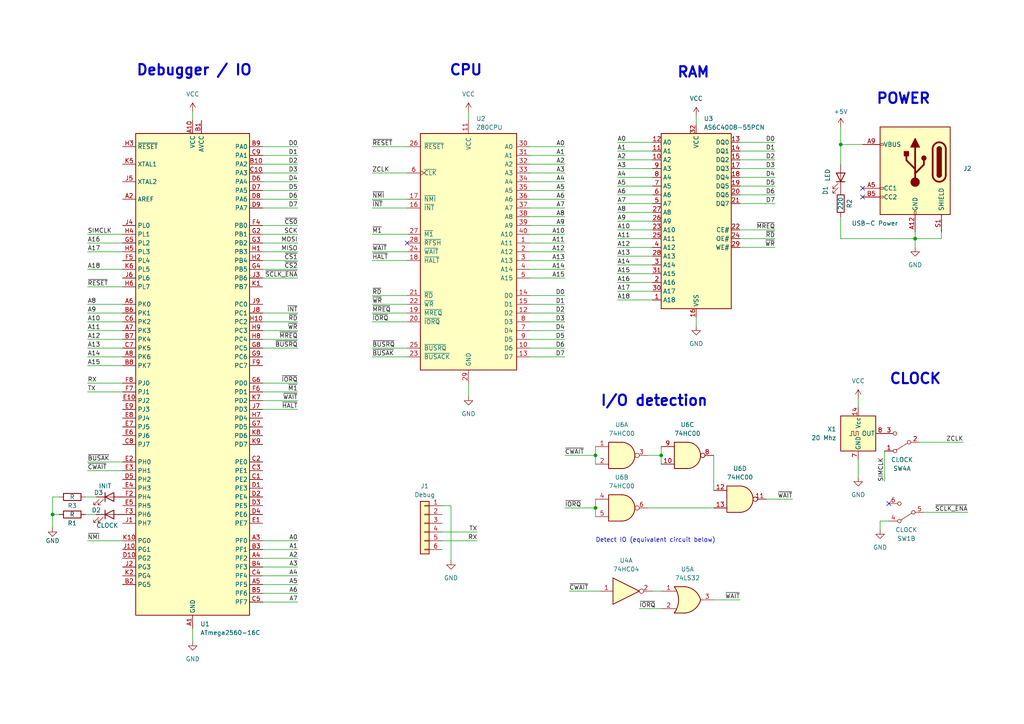
<source format=kicad_sch>
(kicad_sch (version 20230121) (generator eeschema)
  (paper "A4")
  (junction (at 15.24 149.225))
  (junction (at 191.77 132.08))
  (junction (at 172.72 147.32))
  (junction (at 172.72 132.08))
  (junction (at 243.84 41.91))
  (junction (at 265.43 69.215))
  (no_connect (at -194.31 199.39))
  (no_connect (at -194.31 123.19))
  (no_connect (at -194.31 171.45))
  (no_connect (at -194.31 189.23))
  (no_connect (at -154.94 86.36))
  (no_connect (at -194.31 102.87))
  (no_connect (at -194.31 97.79))
  (no_connect (at -160.02 86.36))
  (no_connect (at 250.19 57.15))
  (no_connect (at -194.31 125.73))
  (no_connect (at -167.64 86.36))
  (no_connect (at -194.31 100.33))
  (no_connect (at 118.11 70.485))
  (no_connect (at -194.31 184.15))
  (no_connect (at -194.31 201.93))
  (no_connect (at 257.81 146.05))
  (no_connect (at -194.31 105.41))
  (no_connect (at -162.56 86.36))
  (no_connect (at -194.31 207.01))
  (no_connect (at -165.1 86.36))
  (no_connect (at -194.31 191.77))
  (no_connect (at -194.31 118.11))
  (no_connect (at -194.31 204.47))
  (no_connect (at -194.31 194.31))
  (no_connect (at 250.19 54.61))
  (no_connect (at -157.48 86.36))
  (no_connect (at -194.31 179.07))
  (wire (pts (xy 153.67 65.405) (xy 163.83 65.405)))
  (wire (pts (xy -205.105 146.05) (xy -194.31 146.05)))
  (wire (pts (xy -203.2 176.53) (xy -194.31 176.53)))
  (wire (pts (xy -205.105 143.51) (xy -194.31 143.51)))
  (wire (pts (xy -117.475 189.23) (xy -128.27 189.23)))
  (wire (pts (xy -205.105 151.13) (xy -194.31 151.13)))
  (wire (pts (xy -205.105 115.57) (xy -194.31 115.57)))
  (wire (pts (xy 189.23 66.675) (xy 179.07 66.675)))
  (wire (pts (xy -198.755 184.15) (xy -198.755 186.69)))
  (wire (pts (xy 118.11 100.965) (xy 107.95 100.965)))
  (wire (pts (xy 265.43 69.215) (xy 265.43 67.31)))
  (wire (pts (xy 76.2 78.105) (xy 86.36 78.105)))
  (wire (pts (xy 189.23 79.375) (xy 179.07 79.375)))
  (wire (pts (xy -117.475 196.85) (xy -128.27 196.85)))
  (wire (pts (xy 76.2 167.005) (xy 86.36 167.005)))
  (wire (pts (xy 189.23 41.275) (xy 179.07 41.275)))
  (wire (pts (xy -205.105 163.83) (xy -194.31 163.83)))
  (wire (pts (xy 214.63 69.215) (xy 224.79 69.215)))
  (wire (pts (xy 243.84 69.215) (xy 265.43 69.215)))
  (wire (pts (xy -216.535 179.705) (xy -216.535 176.53)))
  (wire (pts (xy 118.11 73.025) (xy 107.95 73.025)))
  (wire (pts (xy -117.475 143.51) (xy -128.27 143.51)))
  (wire (pts (xy -117.475 194.31) (xy -128.27 194.31)))
  (wire (pts (xy 153.67 93.345) (xy 163.83 93.345)))
  (wire (pts (xy 214.63 59.055) (xy 224.79 59.055)))
  (wire (pts (xy 243.84 41.91) (xy 250.19 41.91)))
  (wire (pts (xy 153.67 52.705) (xy 163.83 52.705)))
  (wire (pts (xy 214.63 56.515) (xy 224.79 56.515)))
  (wire (pts (xy -205.105 153.67) (xy -194.31 153.67)))
  (wire (pts (xy 76.2 100.965) (xy 86.36 100.965)))
  (wire (pts (xy 76.2 95.885) (xy 86.36 95.885)))
  (wire (pts (xy 191.77 132.08) (xy 191.77 129.54)))
  (wire (pts (xy 118.11 57.785) (xy 107.95 57.785)))
  (wire (pts (xy 153.67 90.805) (xy 163.83 90.805)))
  (wire (pts (xy 153.67 75.565) (xy 163.83 75.565)))
  (wire (pts (xy 153.67 50.165) (xy 163.83 50.165)))
  (wire (pts (xy 35.56 156.845) (xy 25.4 156.845)))
  (wire (pts (xy 165.1 171.45) (xy 173.99 171.45)))
  (wire (pts (xy 76.2 75.565) (xy 86.36 75.565)))
  (wire (pts (xy 24.765 144.145) (xy 27.94 144.145)))
  (wire (pts (xy 153.67 55.245) (xy 163.83 55.245)))
  (wire (pts (xy 76.2 57.785) (xy 86.36 57.785)))
  (wire (pts (xy -117.475 151.13) (xy -128.27 151.13)))
  (wire (pts (xy 15.24 149.225) (xy 15.24 153.035)))
  (wire (pts (xy 153.67 45.085) (xy 163.83 45.085)))
  (wire (pts (xy 76.2 60.325) (xy 86.36 60.325)))
  (wire (pts (xy 35.56 70.485) (xy 25.4 70.485)))
  (wire (pts (xy 76.2 161.925) (xy 86.36 161.925)))
  (wire (pts (xy 76.2 118.745) (xy 86.36 118.745)))
  (wire (pts (xy 248.92 133.35) (xy 248.92 138.43)))
  (wire (pts (xy 17.145 144.145) (xy 15.24 144.145)))
  (wire (pts (xy -117.475 153.67) (xy -128.27 153.67)))
  (wire (pts (xy 201.93 92.075) (xy 201.93 94.615)))
  (wire (pts (xy 35.56 73.025) (xy 25.4 73.025)))
  (wire (pts (xy -205.105 120.65) (xy -194.31 120.65)))
  (wire (pts (xy -205.105 148.59) (xy -194.31 148.59)))
  (wire (pts (xy -117.475 130.81) (xy -128.27 130.81)))
  (wire (pts (xy 153.67 47.625) (xy 163.83 47.625)))
  (wire (pts (xy 153.67 88.265) (xy 163.83 88.265)))
  (wire (pts (xy 214.63 51.435) (xy 224.79 51.435)))
  (wire (pts (xy 185.42 176.53) (xy 191.77 176.53)))
  (wire (pts (xy 118.11 88.265) (xy 107.95 88.265)))
  (wire (pts (xy 130.81 162.56) (xy 130.81 146.685)))
  (wire (pts (xy 214.63 53.975) (xy 224.79 53.975)))
  (wire (pts (xy 153.67 42.545) (xy 163.83 42.545)))
  (wire (pts (xy 265.43 69.215) (xy 273.05 69.215)))
  (wire (pts (xy 248.92 115.57) (xy 248.92 118.11)))
  (wire (pts (xy 172.72 129.54) (xy 172.72 132.08)))
  (wire (pts (xy 153.67 67.945) (xy 163.83 67.945)))
  (wire (pts (xy -117.475 184.15) (xy -128.27 184.15)))
  (wire (pts (xy 153.67 100.965) (xy 163.83 100.965)))
  (wire (pts (xy 118.11 42.545) (xy 107.95 42.545)))
  (wire (pts (xy 255.27 151.13) (xy 255.27 153.67)))
  (wire (pts (xy 163.83 132.08) (xy 172.72 132.08)))
  (wire (pts (xy 76.2 172.085) (xy 86.36 172.085)))
  (wire (pts (xy 189.23 71.755) (xy 179.07 71.755)))
  (wire (pts (xy 118.11 75.565) (xy 107.95 75.565)))
  (wire (pts (xy 76.2 67.945) (xy 86.36 67.945)))
  (wire (pts (xy 76.2 90.805) (xy 86.36 90.805)))
  (wire (pts (xy -117.475 156.21) (xy -128.27 156.21)))
  (wire (pts (xy 76.2 111.125) (xy 86.36 111.125)))
  (wire (pts (xy 243.84 36.83) (xy 243.84 41.91)))
  (wire (pts (xy 191.77 132.08) (xy 191.77 134.62)))
  (wire (pts (xy -117.475 161.29) (xy -128.27 161.29)))
  (wire (pts (xy 214.63 66.675) (xy 224.79 66.675)))
  (wire (pts (xy 135.89 32.385) (xy 135.89 34.925)))
  (wire (pts (xy 189.23 69.215) (xy 179.07 69.215)))
  (wire (pts (xy 107.95 50.165) (xy 118.11 50.165)))
  (wire (pts (xy 35.56 93.345) (xy 25.4 93.345)))
  (wire (pts (xy -117.475 158.75) (xy -128.27 158.75)))
  (wire (pts (xy 118.11 93.345) (xy 107.95 93.345)))
  (wire (pts (xy 207.01 173.99) (xy 214.63 173.99)))
  (wire (pts (xy 118.11 67.945) (xy 107.95 67.945)))
  (wire (pts (xy 163.83 147.32) (xy 172.72 147.32)))
  (wire (pts (xy 189.23 56.515) (xy 179.07 56.515)))
  (wire (pts (xy -205.105 135.89) (xy -194.31 135.89)))
  (wire (pts (xy 273.05 69.215) (xy 273.05 67.31)))
  (wire (pts (xy 15.24 144.145) (xy 15.24 149.225)))
  (wire (pts (xy 172.72 147.32) (xy 172.72 149.86)))
  (wire (pts (xy 118.11 85.725) (xy 107.95 85.725)))
  (wire (pts (xy 138.43 154.305) (xy 128.27 154.305)))
  (wire (pts (xy -205.105 158.75) (xy -194.31 158.75)))
  (wire (pts (xy -205.105 156.21) (xy -194.31 156.21)))
  (wire (pts (xy 76.2 98.425) (xy 86.36 98.425)))
  (wire (pts (xy 76.2 50.165) (xy 86.36 50.165)))
  (wire (pts (xy 76.2 169.545) (xy 86.36 169.545)))
  (wire (pts (xy 187.96 147.32) (xy 207.01 147.32)))
  (wire (pts (xy -117.475 135.89) (xy -128.27 135.89)))
  (wire (pts (xy -198.12 211.455) (xy -198.12 196.85)))
  (wire (pts (xy -117.475 128.27) (xy -128.27 128.27)))
  (wire (pts (xy 153.67 98.425) (xy 163.83 98.425)))
  (wire (pts (xy 153.67 78.105) (xy 163.83 78.105)))
  (wire (pts (xy 189.23 51.435) (xy 179.07 51.435)))
  (wire (pts (xy 35.56 100.965) (xy 25.4 100.965)))
  (wire (pts (xy 189.23 81.915) (xy 179.07 81.915)))
  (wire (pts (xy 35.56 95.885) (xy 25.4 95.885)))
  (wire (pts (xy 153.67 70.485) (xy 163.83 70.485)))
  (wire (pts (xy 35.56 103.505) (xy 25.4 103.505)))
  (wire (pts (xy 76.2 156.845) (xy 86.36 156.845)))
  (wire (pts (xy 76.2 47.625) (xy 86.36 47.625)))
  (wire (pts (xy -117.475 118.11) (xy -128.27 118.11)))
  (wire (pts (xy 189.23 53.975) (xy 179.07 53.975)))
  (wire (pts (xy -205.105 140.97) (xy -194.31 140.97)))
  (wire (pts (xy 35.56 133.985) (xy 25.4 133.985)))
  (wire (pts (xy 86.36 80.645) (xy 76.2 80.645)))
  (wire (pts (xy 135.89 111.125) (xy 135.89 114.935)))
  (wire (pts (xy -198.12 196.85) (xy -194.31 196.85)))
  (wire (pts (xy 153.67 73.025) (xy 163.83 73.025)))
  (wire (pts (xy 76.2 55.245) (xy 86.36 55.245)))
  (wire (pts (xy -117.475 163.83) (xy -128.27 163.83)))
  (wire (pts (xy 130.81 146.685) (xy 128.27 146.685)))
  (wire (pts (xy 172.72 132.08) (xy 172.72 134.62)))
  (wire (pts (xy -205.105 166.37) (xy -194.31 166.37)))
  (wire (pts (xy 153.67 80.645) (xy 163.83 80.645)))
  (wire (pts (xy 138.43 156.845) (xy 128.27 156.845)))
  (wire (pts (xy 189.23 43.815) (xy 179.07 43.815)))
  (wire (pts (xy -205.105 130.81) (xy -194.31 130.81)))
  (wire (pts (xy -205.105 107.95) (xy -194.31 107.95)))
  (wire (pts (xy 243.84 41.91) (xy 243.84 47.625)))
  (wire (pts (xy 222.25 144.78) (xy 229.87 144.78)))
  (wire (pts (xy -205.105 133.35) (xy -194.31 133.35)))
  (wire (pts (xy 266.7 128.27) (xy 279.4 128.27)))
  (wire (pts (xy 153.67 60.325) (xy 163.83 60.325)))
  (wire (pts (xy 76.2 45.085) (xy 86.36 45.085)))
  (wire (pts (xy -205.105 110.49) (xy -194.31 110.49)))
  (wire (pts (xy 189.23 61.595) (xy 179.07 61.595)))
  (wire (pts (xy -198.755 186.69) (xy -194.31 186.69)))
  (wire (pts (xy 189.23 171.45) (xy 191.77 171.45)))
  (wire (pts (xy 280.67 148.59) (xy 267.97 148.59)))
  (wire (pts (xy 118.11 90.805) (xy 107.95 90.805)))
  (wire (pts (xy 76.2 164.465) (xy 86.36 164.465)))
  (wire (pts (xy 153.67 62.865) (xy 163.83 62.865)))
  (wire (pts (xy 214.63 71.755) (xy 224.79 71.755)))
  (wire (pts (xy -216.535 176.53) (xy -213.36 176.53)))
  (wire (pts (xy 214.63 43.815) (xy 224.79 43.815)))
  (wire (pts (xy 118.11 103.505) (xy 107.95 103.505)))
  (wire (pts (xy 189.23 74.295) (xy 179.07 74.295)))
  (wire (pts (xy -117.475 148.59) (xy -128.27 148.59)))
  (wire (pts (xy 35.56 67.945) (xy 25.4 67.945)))
  (wire (pts (xy -117.475 123.19) (xy -128.27 123.19)))
  (wire (pts (xy 35.56 78.105) (xy 25.4 78.105)))
  (wire (pts (xy 35.56 83.185) (xy 25.4 83.185)))
  (wire (pts (xy 214.63 41.275) (xy 224.79 41.275)))
  (wire (pts (xy 76.2 70.485) (xy 86.36 70.485)))
  (wire (pts (xy 35.56 88.265) (xy 25.4 88.265)))
  (wire (pts (xy 189.23 76.835) (xy 179.07 76.835)))
  (wire (pts (xy 265.43 71.755) (xy 265.43 69.215)))
  (wire (pts (xy 187.96 132.08) (xy 191.77 132.08)))
  (wire (pts (xy 76.2 42.545) (xy 86.36 42.545)))
  (wire (pts (xy 76.2 52.705) (xy 86.36 52.705)))
  (wire (pts (xy 76.2 174.625) (xy 86.36 174.625)))
  (wire (pts (xy 189.23 59.055) (xy 179.07 59.055)))
  (wire (pts (xy -205.105 168.91) (xy -194.31 168.91)))
  (wire (pts (xy 25.4 113.665) (xy 35.56 113.665)))
  (wire (pts (xy 76.2 65.405) (xy 86.36 65.405)))
  (wire (pts (xy 35.56 136.525) (xy 25.4 136.525)))
  (wire (pts (xy 189.23 84.455) (xy 179.07 84.455)))
  (wire (pts (xy 214.63 48.895) (xy 224.79 48.895)))
  (wire (pts (xy 189.23 48.895) (xy 179.07 48.895)))
  (wire (pts (xy 55.88 182.245) (xy 55.88 186.055)))
  (wire (pts (xy 214.63 46.355) (xy 224.79 46.355)))
  (wire (pts (xy 35.56 90.805) (xy 25.4 90.805)))
  (wire (pts (xy -205.105 138.43) (xy -194.31 138.43)))
  (wire (pts (xy 189.23 64.135) (xy 179.07 64.135)))
  (wire (pts (xy 15.24 149.225) (xy 17.145 149.225)))
  (wire (pts (xy 256.54 130.81) (xy 256.54 139.7)))
  (wire (pts (xy -117.475 120.65) (xy -128.27 120.65)))
  (wire (pts (xy -205.105 161.29) (xy -194.31 161.29)))
  (wire (pts (xy -117.475 133.35) (xy -128.27 133.35)))
  (wire (pts (xy 172.72 147.32) (xy 172.72 144.78)))
  (wire (pts (xy -117.475 140.97) (xy -128.27 140.97)))
  (wire (pts (xy -117.475 166.37) (xy -128.27 166.37)))
  (wire (pts (xy 76.2 73.025) (xy 86.36 73.025)))
  (wire (pts (xy 153.67 103.505) (xy 163.83 103.505)))
  (wire (pts (xy 207.01 132.08) (xy 207.01 142.24)))
  (wire (pts (xy 25.4 111.125) (xy 35.56 111.125)))
  (wire (pts (xy 35.56 106.045) (xy 25.4 106.045)))
  (wire (pts (xy 153.67 85.725) (xy 163.83 85.725)))
  (wire (pts (xy 76.2 93.345) (xy 86.36 93.345)))
  (wire (pts (xy 76.2 159.385) (xy 86.36 159.385)))
  (wire (pts (xy 153.67 57.785) (xy 163.83 57.785)))
  (wire (pts (xy 189.23 86.995) (xy 179.07 86.995)))
  (wire (pts (xy 35.56 98.425) (xy 25.4 98.425)))
  (wire (pts (xy 257.81 151.13) (xy 255.27 151.13)))
  (wire (pts (xy 189.23 46.355) (xy 179.07 46.355)))
  (wire (pts (xy 243.84 62.865) (xy 243.84 69.215)))
  (wire (pts (xy 153.67 95.885) (xy 163.83 95.885)))
  (wire (pts (xy 55.88 32.385) (xy 55.88 34.925)))
  (wire (pts (xy -117.475 146.05) (xy -128.27 146.05)))
  (wire (pts (xy -194.31 113.03) (xy -205.105 113.03)))
  (wire (pts (xy 24.765 149.225) (xy 27.94 149.225)))
  (wire (pts (xy -117.475 191.77) (xy -128.27 191.77)))
  (wire (pts (xy 118.11 60.325) (xy 107.95 60.325)))
  (wire (pts (xy 76.2 113.665) (xy 86.36 113.665)))
  (wire (pts (xy 76.2 116.205) (xy 86.36 116.205)))
  (wire (pts (xy 201.93 33.655) (xy 201.93 36.195)))
  (rectangle (start -114.3 147.32) (end -114.3 165.735))
  (rectangle (start -114.3 116.205) (end -114.3 123.19))
  (rectangle (start -114.3 127) (end -114.3 146.05))
  (rectangle (start -207.01 149.225) (end -207.01 168.91))
  (rectangle (start -207.01 128.905) (end -207.01 148.59))
  (rectangle (start -114.3 177.165) (end -114.3 196.85))
  (text "CPU" (at 130.175 22.225 0) (effects (font (size 3 3) (thickness 0.6) bold) (justify left bottom)))
  (text "PL\n(read-only)" (at -113.03 187.96 0) (effects (font (size 1.27 1.27)) (justify left bottom)))
  (text "POWER" (at 254 30.48 0) (effects (font (size 3 3) (thickness 0.6) bold) (justify left bottom)))
  (text "I/O detection" (at 173.99 118.11 0) (effects (font (size 3 3) (thickness 0.6) bold) (justify left bottom)))
  (text "CLOCK" (at 257.81 111.76 0) (effects (font (size 3 3) (thickness 0.6) bold) (justify left bottom)))
  (text "Detect IO (equivalent circuit below)" (at 172.72 157.48 0) (effects (font (size 1.27 1.27)) (justify left bottom)))
  (text "RAM" (at 196.215 22.86 0) (effects (font (size 3 3) (thickness 0.6) bold) (justify left bottom)))
  (text "PJ1" (at -208.915 115.57 0) (effects (font (size 1.27 1.27)) (justify right bottom)))
  (text "PF" (at -210.185 139.7 0) (effects (font (size 1.27 1.27)) (justify left bottom)))
  (text "PK" (at -210.185 160.02 0) (effects (font (size 1.27 1.27)) (justify left bottom)))
  (text "PB\n(read-only)" (at -113.03 121.285 0) (effects (font (size 1.27 1.27)) (justify left bottom)))
  (text "Debugger / IO" (at 39.37 22.225 0) (effects (font (size 3 3) (thickness 0.6) bold) (justify left bottom)))
  (text "PC" (at -113.665 158.75 0) (effects (font (size 1.27 1.27)) (justify left bottom)))
  (text "PA" (at -113.665 137.795 0) (effects (font (size 1.27 1.27)) (justify left bottom)))
  (text "PJ0" (at -208.915 113.03 0) (effects (font (size 1.27 1.27)) (justify right bottom)))
  (label "~{HALT}" (at 86.36 118.745 180))
  (label "~{IORQ}" (at 107.95 93.345 0))
  (label "A16" (at 179.07 81.915 0))
  (label "A15" (at -205.105 168.91 0))
  (label "A8" (at 163.83 62.865 180))
  (label "~{WR}" (at 107.95 88.265 0))
  (label "~{BUSRQ}" (at 107.95 100.965 0))
  (label "TX" (at 138.43 154.305 180))
  (label "A7" (at 163.83 60.325 180))
  (label "A11" (at -205.105 158.75 0))
  (label "D7" (at -117.475 148.59 180))
  (label "A6" (at -205.105 146.05 0))
  (label "~{RAMONLY}" (at -205.105 120.65 0))
  (label "A13" (at -205.105 163.83 0))
  (label "~{M1}" (at 107.95 67.945 0))
  (label "SIMCLK" (at 25.4 67.945 0))
  (label "~{INT}" (at 86.36 90.805 180))
  (label "~{BUSRQ}" (at -117.475 130.81 180))
  (label "~{WAIT}" (at -117.475 189.23 180))
  (label "~{MREQ}" (at 86.36 98.425 180))
  (label "A15" (at 163.83 80.645 180))
  (label "~{BUSAK}" (at -117.475 191.77 180))
  (label "D3" (at -117.475 158.75 180))
  (label "~{NMI}" (at -117.475 133.35 180))
  (label "~{WR}" (at 224.79 71.755 180))
  (label "~{WR}" (at 86.36 95.885 180))
  (label "D3" (at 163.83 93.345 180))
  (label "A16" (at -117.475 118.11 180))
  (label "A12" (at 25.4 98.425 0))
  (label "A9" (at 25.4 90.805 0))
  (label "A1" (at -205.105 133.35 0))
  (label "~{IORQ}" (at -117.475 194.31 180))
  (label "D5" (at 163.83 98.425 180))
  (label "D3" (at 86.36 50.165 180))
  (label "D6" (at 163.83 100.965 180))
  (label "A12" (at 179.07 71.755 0))
  (label "~{IORQ}" (at 163.83 147.32 0))
  (label "A2" (at 163.83 47.625 180))
  (label "D7" (at 86.36 60.325 180))
  (label "A8" (at 179.07 61.595 0))
  (label "D7" (at 163.83 103.505 180))
  (label "D2" (at 224.79 46.355 180))
  (label "A0" (at 86.36 156.845 180))
  (label "A11" (at 179.07 69.215 0))
  (label "A6" (at 86.36 172.085 180))
  (label "A10" (at 25.4 93.345 0))
  (label "~{RD}" (at 107.95 85.725 0))
  (label "A3" (at 163.83 50.165 180))
  (label "~{CWAIT}" (at 25.4 136.525 0))
  (label "A1" (at 163.83 45.085 180))
  (label "A9" (at 179.07 64.135 0))
  (label "A1" (at 179.07 43.815 0))
  (label "A13" (at 179.07 74.295 0))
  (label "RX" (at 138.43 156.845 180))
  (label "~{ROM_WE}" (at -117.475 128.27 180))
  (label "A17" (at 179.07 84.455 0))
  (label "A5" (at -205.105 143.51 0))
  (label "A17" (at -117.475 120.65 180))
  (label "A13" (at 25.4 100.965 0))
  (label "~{WAIT}" (at 86.36 116.205 180))
  (label "D4" (at 163.83 95.885 180))
  (label "A3" (at 86.36 164.465 180))
  (label "D0" (at -117.475 166.37 180))
  (label "D6" (at 86.36 57.785 180))
  (label "A3" (at 179.07 48.895 0))
  (label "A11" (at 163.83 70.485 180))
  (label "RX" (at -205.105 110.49 0))
  (label "~{RESET}" (at 25.4 83.185 0))
  (label "A7" (at 86.36 174.625 180))
  (label "~{BUSAK}" (at 107.95 103.505 0))
  (label "~{CS0}" (at 86.36 65.405 180))
  (label "A18" (at 25.4 78.105 0))
  (label "~{CWAIT}" (at 165.1 171.45 0))
  (label "D1" (at 163.83 88.265 180))
  (label "A0" (at 163.83 42.545 180))
  (label "A1" (at 86.36 159.385 180))
  (label "CLK" (at -117.475 135.89 180))
  (label "A12" (at -205.105 161.29 0))
  (label "~{INT}" (at -117.475 184.15 180))
  (label "~{BUSAK}" (at 25.4 133.985 0))
  (label "D3" (at 224.79 48.895 180))
  (label "~{NMI}" (at 107.95 57.785 0))
  (label "~{RST}" (at -205.105 115.57 0))
  (label "D4" (at 86.36 52.705 180))
  (label "~{RD}" (at 224.79 69.215 180))
  (label "A15" (at 25.4 106.045 0))
  (label "~{RESET}" (at 107.95 42.545 0))
  (label "A17" (at 25.4 73.025 0))
  (label "A14" (at 179.07 76.835 0))
  (label "A6" (at 179.07 56.515 0))
  (label "MISO" (at 86.36 73.025 180))
  (label "A4" (at 86.36 167.005 180))
  (label "ZCLK" (at 279.4 128.27 180))
  (label "A12" (at 163.83 73.025 180))
  (label "~{BUSRQ}" (at 86.36 100.965 180))
  (label "A11" (at 25.4 95.885 0))
  (label "D2" (at 163.83 90.805 180))
  (label "A10" (at -205.105 156.21 0))
  (label "A14" (at 25.4 103.505 0))
  (label "~{SCLK_ENA}" (at 86.36 80.645 180))
  (label "A5" (at 179.07 53.975 0))
  (label "D5" (at -117.475 153.67 180))
  (label "~{CWAIT}" (at 163.83 132.08 0))
  (label "A0" (at -205.105 130.81 0))
  (label "~{MREQ}" (at -117.475 146.05 180))
  (label "~{CS2}" (at 86.36 78.105 180))
  (label "~{WAIT}" (at 107.95 73.025 0))
  (label "A5" (at 86.36 169.545 180))
  (label "RX" (at 25.4 111.125 0))
  (label "~{M1}" (at -117.475 196.85 180))
  (label "A2" (at -205.105 135.89 0))
  (label "A3" (at -205.105 138.43 0))
  (label "A9" (at 163.83 65.405 180))
  (label "Y0W" (at -205.105 113.03 0))
  (label "A10" (at 179.07 66.675 0))
  (label "D2" (at 86.36 47.625 180))
  (label "TX" (at -205.105 107.95 0))
  (label "D2" (at -117.475 161.29 180))
  (label "TX" (at 25.4 113.665 0))
  (label "~{CS1}" (at 86.36 75.565 180))
  (label "A0" (at 179.07 41.275 0))
  (label "~{WAIT}" (at 214.63 173.99 180))
  (label "A14" (at -205.105 166.37 0))
  (label "~{NMI}" (at 25.4 156.845 0))
  (label "SIMCLK" (at 256.54 139.7 90))
  (label "D5" (at 224.79 53.975 180))
  (label "A4" (at -205.105 140.97 0))
  (label "D0" (at 163.83 85.725 180))
  (label "D4" (at 224.79 51.435 180))
  (label "D4" (at -117.475 156.21 180))
  (label "~{SCLK_ENA}" (at 280.67 148.59 180))
  (label "A2" (at 179.07 46.355 0))
  (label "D1" (at 224.79 43.815 180))
  (label "A9" (at -205.105 153.67 0))
  (label "A7" (at 179.07 59.055 0))
  (label "A7" (at -205.105 148.59 0))
  (label "SCK" (at 86.36 67.945 180))
  (label "A6" (at 163.83 57.785 180))
  (label "A14" (at 163.83 78.105 180))
  (label "A13" (at 163.83 75.565 180))
  (label "A8" (at 25.4 88.265 0))
  (label "D7" (at 224.79 59.055 180))
  (label "A15" (at 179.07 79.375 0))
  (label "A4" (at 179.07 51.435 0))
  (label "A16" (at 25.4 70.485 0))
  (label "A5" (at 163.83 55.245 180))
  (label "~{INT}" (at 107.95 60.325 0))
  (label "A10" (at 163.83 67.945 180))
  (label "A18" (at -117.475 123.19 180))
  (label "~{IORQ}" (at 185.42 176.53 0))
  (label "~{MREQ}" (at 224.79 66.675 180))
  (label "D0" (at 86.36 42.545 180))
  (label "ZCLK" (at 107.95 50.165 0))
  (label "~{WAIT}" (at 229.87 144.78 180))
  (label "~{WR}" (at -117.475 140.97 180))
  (label "A18" (at 179.07 86.995 0))
  (label "D0" (at 224.79 41.275 180))
  (label "~{RD}" (at 86.36 93.345 180))
  (label "~{IORQ}" (at 86.36 111.125 180))
  (label "D1" (at 86.36 45.085 180))
  (label "D6" (at 224.79 56.515 180))
  (label "~{RD}" (at -117.475 143.51 180))
  (label "D6" (at -117.475 151.13 180))
  (label "MOSI" (at 86.36 70.485 180))
  (label "~{M1}" (at 86.36 113.665 180))
  (label "D5" (at 86.36 55.245 180))
  (label "D1" (at -117.475 163.83 180))
  (label "A4" (at 163.83 52.705 180))
  (label "A2" (at 86.36 161.925 180))
  (label "~{HALT}" (at 107.95 75.565 0))
  (label "~{MREQ}" (at 107.95 90.805 0))
  (label "A8" (at -205.105 151.13 0))
  (symbol (lib_id "CPU:Z80CPU") (at 135.89 73.025 0) (unit 1)
    (property "Reference" "U2" (at 138.0841 34.417 0) (effects (justify left)))
    (property "Value" "Z80CPU" (at 138.0841 36.957 0) (effects (justify left)))
    (property "Datasheet" "www.zilog.com/manage_directlink.php?filepath=docs/z80/um0080" (effects hide))
  )
  (symbol (lib_id "Connector_Generic:Conn_01x06") (at 123.19 151.765 0) (mirror y) (unit 1)
    (property "Reference" "J1" (at 123.19 140.97 0))
    (property "Value" "Debug" (at 123.19 143.51 0))
  )
  (symbol (lib_id "Device:LED") (at 31.75 144.145 0) (unit 1)
    (property "Reference" "D3" (at 28.575 142.875 0))
    (property "Value" "INIT" (at 30.48 140.97 0))
  )
  (symbol (lib_id "Switch:SW_DPDT_x2") (at 262.89 148.59 180) (unit 2)
    (property "Reference" "SW1" (at 262.89 156.21 0))
    (property "Value" "CLOCK" (at 262.89 153.67 0))
  )
  (symbol (lib_id "MCU_Microchip_ATmega:ATmega2560-16C") (at 55.88 108.585 0) (unit 1)
    (property "Reference" "U1" (at 58.0741 180.975 0) (effects (justify left)))
    (property "Value" "ATmega2560-16C" (at 58.0741 183.515 0) (effects (justify left)))
    (property "Footprint" "Package_BGA:TFBGA-100_9.0x9.0mm_Layout10x10_P0.8mm" (effects hide))
    (property "Datasheet" "http://ww1.microchip.com/downloads/en/DeviceDoc/Atmel-2549-8-bit-AVR-Microcontroller-ATmega640-1280-1281-2560-2561_datasheet.pdf" (effects hide))
  )
  (symbol (lib_id "power:GND") (at 248.92 138.43 0) (unit 1)
    (property "Reference" "#PWR010" (effects hide))
    (property "Value" "GND" (at 248.92 143.51 0))
  )
  (symbol (lib_id "Device:R") (at 243.84 59.055 180) (unit 1)
    (property "Reference" "R2" (at 246.38 59.055 90))
    (property "Value" "220" (at 243.84 59.055 90))
  )
  (symbol (lib_id "power:GND") (at 201.93 94.615 0) (unit 1)
    (property "Reference" "#PWR013" (effects hide))
    (property "Value" "GND" (at 201.93 99.695 0))
  )
  (symbol (lib_id "power:VCC") (at 201.93 33.655 0) (unit 1)
    (property "Reference" "#PWR012" (effects hide))
    (property "Value" "VCC" (at 201.93 28.575 0))
  )
  (symbol (lib_id "power:GND") (at -198.12 211.455 0) (unit 1)
    (property "Reference" "#PWR05" (effects hide))
    (property "Value" "GND" (at -198.12 216.535 0))
  )
  (symbol (lib_id "power:GND") (at 55.88 186.055 0) (unit 1)
    (property "Reference" "#PWR015" (effects hide))
    (property "Value" "GND" (at 55.88 191.135 0))
  )
  (symbol (lib_id "Device:R") (at 20.955 149.225 90) (unit 1)
    (property "Reference" "R1" (at 20.955 151.765 90))
    (property "Value" "R" (at 20.955 149.225 90))
  )
  (symbol (lib_id "power:VCC") (at 55.88 32.385 0) (unit 1)
    (property "Reference" "#PWR06" (effects hide))
    (property "Value" "VCC" (at 55.88 27.305 0))
  )
  (symbol (lib_id "74xx:74HC00") (at 180.34 132.08 0) (unit 1)
    (property "Reference" "U6" (at 180.3317 123.19 0))
    (property "Value" "74HC00" (at 180.3317 125.73 0))
    (property "Datasheet" "http://www.ti.com/lit/gpn/sn74hc00" (effects hide))
  )
  (symbol (lib_id "Switch:SW_DPDT_x2") (at 261.62 128.27 180) (unit 1)
    (property "Reference" "SW4" (at 261.62 135.89 0))
    (property "Value" "CLOCK" (at 261.62 133.35 0))
  )
  (symbol (lib_id "Oscillator:ACO-xxxMHz") (at 248.92 125.73 0) (unit 1)
    (property "Reference" "X1" (at 242.57 124.46 0) (effects (justify right)))
    (property "Value" "20 Mhz" (at 242.57 127 0) (effects (justify right)))
    (property "Footprint" "Oscillator:Oscillator_DIP-14" (effects hide))
    (property "Datasheet" "http://www.conwin.com/datasheets/cx/cx030.pdf" (effects hide))
  )
  (symbol (lib_id "power:GND") (at 265.43 71.755 0) (unit 1)
    (property "Reference" "#PWR09" (effects hide))
    (property "Value" "GND" (at 265.43 76.835 0))
  )
  (symbol (lib_id "power:+5V") (at 243.84 36.83 0) (unit 1)
    (property "Reference" "#PWR08" (effects hide))
    (property "Value" "+5V" (at 243.84 32.385 0))
  )
  (symbol (lib_id "74xx:74HC00") (at 214.63 144.78 0) (unit 4)
    (property "Reference" "U6" (at 214.6217 135.89 0))
    (property "Value" "74HC00" (at 214.6217 138.43 0))
    (property "Datasheet" "http://www.ti.com/lit/gpn/sn74hc00" (effects hide))
  )
  (symbol (lib_id "PCM_arduino-library:Arduino_Mega2560_Shield") (at -161.29 152.4 0) (unit 1)
    (property "Reference" "XA1" (at -161.29 213.36 0) (effects (font (size 1.524 1.524))))
    (property "Value" "Arduino_Mega2560_Shield" (at -161.29 215.9 0) (effects (font (size 1.524 1.524))))
    (property "Footprint" "PCM_arduino-library:Arduino_Mega2560_Shield" (effects hide))
    (property "Datasheet" "https://docs.arduino.cc/hardware/mega-2560" (effects hide))
  )
  (symbol (lib_id "74xx:74LS32") (at 199.39 173.99 0) (unit 1)
    (property "Reference" "U5" (at 199.39 165.1 0))
    (property "Value" "74LS32" (at 199.39 167.64 0))
    (property "Datasheet" "http://www.ti.com/lit/gpn/sn74LS32" (effects hide))
  )
  (symbol (lib_id "Memory_RAM:AS6C4008-55PCN") (at 201.93 64.135 0) (unit 1)
    (property "Reference" "U3" (at 204.1241 34.417 0) (effects (justify left)))
    (property "Value" "AS6C4008-55PCN" (at 204.1241 36.957 0) (effects (justify left)))
    (property "Footprint" "Package_DIP:DIP-32_W15.24mm" (effects hide))
    (property "Datasheet" "https://www.alliancememory.com/wp-content/uploads/pdf/AS6C4008.pdf" (effects hide))
  )
  (symbol (lib_name "VCC_1") (lib_id "power:VCC") (at -198.755 184.15 0) (unit 1)
    (property "Reference" "#PWR04" (effects hide))
    (property "Value" "VCC" (at -198.755 179.705 0))
  )
  (symbol (lib_id "Connector:USB_C_Receptacle_PowerOnly_6P") (at 265.43 49.53 0) (mirror y) (unit 1)
    (property "Reference" "J2" (at 279.4 48.895 0) (effects (justify right)))
    (property "Value" "USB-C Power" (at 247.015 64.77 0) (effects (justify right)))
    (property "Datasheet" "https://www.usb.org/sites/default/files/documents/usb_type-c.zip" (effects hide))
  )
  (symbol (lib_id "power:GND") (at 255.27 153.67 0) (mirror y) (unit 1)
    (property "Reference" "#PWR01" (effects hide))
    (property "Value" "GND" (at 255.27 158.75 0))
  )
  (symbol (lib_id "power:GND") (at 135.89 114.935 0) (unit 1)
    (property "Reference" "#PWR014" (effects hide))
    (property "Value" "GND" (at 135.89 120.015 0))
  )
  (symbol (lib_id "power:VCC") (at 135.89 32.385 0) (unit 1)
    (property "Reference" "#PWR07" (effects hide))
    (property "Value" "VCC" (at 135.89 27.305 0))
  )
  (symbol (lib_id "74xx:74HC04") (at 181.61 171.45 0) (unit 1)
    (property "Reference" "U4" (at 181.61 162.56 0))
    (property "Value" "74HC04" (at 181.61 165.1 0))
    (property "Datasheet" "https://assets.nexperia.com/documents/data-sheet/74HC_HCT04.pdf" (effects hide))
  )
  (symbol (lib_id "power:GND") (at -216.535 179.705 0) (unit 1)
    (property "Reference" "#PWR03" (effects hide))
    (property "Value" "GND" (at -216.535 184.785 0))
  )
  (symbol (lib_id "Device:LED") (at 243.84 51.435 270) (mirror x) (unit 1)
    (property "Reference" "D1" (at 239.395 55.245 0))
    (property "Value" "LED" (at 240.03 50.8 0))
  )
  (symbol (lib_id "power:GND") (at 15.24 153.035 0) (unit 1)
    (property "Reference" "#PWR02" (effects hide))
    (property "Value" "GND" (at 15.24 156.845 0))
  )
  (symbol (lib_id "Device:LED") (at 31.75 149.225 0) (unit 1)
    (property "Reference" "D2" (at 27.94 147.955 0))
    (property "Value" "CLOCK" (at 31.115 152.4 0))
  )
  (symbol (lib_id "power:VCC") (at 248.92 115.57 0) (unit 1)
    (property "Reference" "#PWR011" (effects hide))
    (property "Value" "VCC" (at 248.92 110.49 0))
  )
  (symbol (lib_id "74xx:74HC00") (at 180.34 147.32 0) (unit 2)
    (property "Reference" "U6" (at 180.3317 138.43 0))
    (property "Value" "74HC00" (at 180.3317 140.97 0))
    (property "Datasheet" "http://www.ti.com/lit/gpn/sn74hc00" (effects hide))
  )
  (symbol (lib_id "74xx:74HC00") (at 199.39 132.08 0) (unit 3)
    (property "Reference" "U6" (at 199.3817 123.19 0))
    (property "Value" "74HC00" (at 199.3817 125.73 0))
    (property "Datasheet" "http://www.ti.com/lit/gpn/sn74hc00" (effects hide))
  )
  (symbol (lib_id "Device:R") (at 20.955 144.145 90) (unit 1)
    (property "Reference" "R3" (at 20.955 146.685 90))
    (property "Value" "R" (at 20.955 144.145 90))
  )
  (symbol (lib_id "power:GND") (at 130.81 162.56 0) (unit 1)
    (property "Reference" "#PWR016" (effects hide))
    (property "Value" "GND" (at 130.81 167.64 0))
  )
  (symbol (lib_id "Switch:SW_Push") (at -208.28 176.53 0) (unit 1)
    (property "Reference" "SW2" (at -208.28 180.975 0))
    (property "Value" "SW_Push" (at -208.28 178.435 0))
  )
)
</source>
